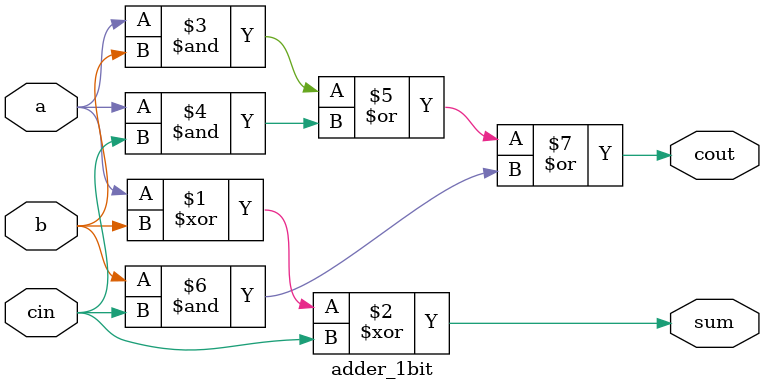
<source format=v>
module alu(a, b, ID_EX_ALUcontrol, result, N, Z, C ,V);

input signed [31:0] a, b;
input [4:0] ID_EX_ALUcontrol;
output reg [31:0] result;
output N, Z, C ,V;

wire [31:0] b2, sum;
wire slt, sltu;


assign b2=ID_EX_ALUcontrol[4] ? ~b:b; // ALUcontrol[4]는 뺼셈 연산을 하기 위해 두번째입력 b를 2의 보수로 만드는 용도로 사용, ALUcontrol[4]==1이면 adder는 뺄셈을 하게 된다.

adder_32bit iadder32 (.a(a), .b(b2), .cin(ID_EX_ALUcontrol[4]), .sum(sum), .N(N), .Z(Z), .C(C), .V(V));

assign slt =N^V; // XOR로 두개가 서로 다르면 1 출력
assign sltu=~C;

always @(*)
	case(ID_EX_ALUcontrol[3:0])
		4'b0000: result <= sum; //ADD
		4'b0001: result <= a&b; //AND
		4'b0010: result <= a|b; //OR
		4'b0011: result <= a^b; //XOR
		4'b0100: result <= a << b[4:0]; //SLL
		4'b0101: result <= a >> b[4:0]; //SRL
		4'b0110: result <= a >>> b[4:0]; //SRA
		4'b0111: result <= {31'b0, slt}; //SLT
		4'b1000: result <= {31'b0, sltu}; //SLTU
		default : result <= 32'b0;
	endcase
	
endmodule



//// 밑에는 교수꺼
module adder_32bit (input  [31:0] a, b, 
                    input         cin,
                    output [31:0] sum,
                    output        N,Z,C,V);

	wire [31:0]  ctmp;

	assign N = sum[31]; // 음수인지 감지
	assign Z = (sum == 32'b0); // 합이 0인지 감지
	assign C = ctmp[31]; // carry out 감지
	assign V = ctmp[31] ^ ctmp[30]; // 오버플로우 감지

	adder_1bit bit31 (.a(a[31]), .b(b[31]), .cin(ctmp[30]), .sum(sum[31]), .cout(ctmp[31]));
	adder_1bit bit30 (.a(a[30]), .b(b[30]), .cin(ctmp[29]), .sum(sum[30]), .cout(ctmp[30]));
	adder_1bit bit29 (.a(a[29]), .b(b[29]), .cin(ctmp[28]), .sum(sum[29]), .cout(ctmp[29]));
	adder_1bit bit28 (.a(a[28]), .b(b[28]), .cin(ctmp[27]), .sum(sum[28]), .cout(ctmp[28]));
	adder_1bit bit27 (.a(a[27]), .b(b[27]), .cin(ctmp[26]), .sum(sum[27]), .cout(ctmp[27]));
	adder_1bit bit26 (.a(a[26]), .b(b[26]), .cin(ctmp[25]), .sum(sum[26]), .cout(ctmp[26]));
	adder_1bit bit25 (.a(a[25]), .b(b[25]), .cin(ctmp[24]), .sum(sum[25]), .cout(ctmp[25]));
	adder_1bit bit24 (.a(a[24]), .b(b[24]), .cin(ctmp[23]), .sum(sum[24]), .cout(ctmp[24]));
	adder_1bit bit23 (.a(a[23]), .b(b[23]), .cin(ctmp[22]), .sum(sum[23]), .cout(ctmp[23]));
	adder_1bit bit22 (.a(a[22]), .b(b[22]), .cin(ctmp[21]), .sum(sum[22]), .cout(ctmp[22]));
	adder_1bit bit21 (.a(a[21]), .b(b[21]), .cin(ctmp[20]), .sum(sum[21]), .cout(ctmp[21]));
	adder_1bit bit20 (.a(a[20]), .b(b[20]), .cin(ctmp[19]), .sum(sum[20]), .cout(ctmp[20]));
	adder_1bit bit19 (.a(a[19]), .b(b[19]), .cin(ctmp[18]), .sum(sum[19]), .cout(ctmp[19]));
	adder_1bit bit18 (.a(a[18]), .b(b[18]), .cin(ctmp[17]), .sum(sum[18]), .cout(ctmp[18]));
	adder_1bit bit17 (.a(a[17]), .b(b[17]), .cin(ctmp[16]), .sum(sum[17]), .cout(ctmp[17]));
	adder_1bit bit16 (.a(a[16]), .b(b[16]), .cin(ctmp[15]), .sum(sum[16]), .cout(ctmp[16]));
	adder_1bit bit15 (.a(a[15]), .b(b[15]), .cin(ctmp[14]), .sum(sum[15]), .cout(ctmp[15]));
	adder_1bit bit14 (.a(a[14]), .b(b[14]), .cin(ctmp[13]), .sum(sum[14]), .cout(ctmp[14]));
	adder_1bit bit13 (.a(a[13]), .b(b[13]), .cin(ctmp[12]), .sum(sum[13]), .cout(ctmp[13]));
	adder_1bit bit12 (.a(a[12]), .b(b[12]), .cin(ctmp[11]), .sum(sum[12]), .cout(ctmp[12]));
	adder_1bit bit11 (.a(a[11]), .b(b[11]), .cin(ctmp[10]), .sum(sum[11]), .cout(ctmp[11]));
	adder_1bit bit10 (.a(a[10]), .b(b[10]), .cin(ctmp[9]),  .sum(sum[10]), .cout(ctmp[10]));
	adder_1bit bit9  (.a(a[9]),  .b(b[9]),  .cin(ctmp[8]),  .sum(sum[9]),  .cout(ctmp[9]));
	adder_1bit bit8  (.a(a[8]),  .b(b[8]),  .cin(ctmp[7]),  .sum(sum[8]),  .cout(ctmp[8]));
	adder_1bit bit7  (.a(a[7]),  .b(b[7]),  .cin(ctmp[6]),  .sum(sum[7]),  .cout(ctmp[7]));
	adder_1bit bit6  (.a(a[6]),  .b(b[6]),  .cin(ctmp[5]),  .sum(sum[6]),  .cout(ctmp[6]));
	adder_1bit bit5  (.a(a[5]),  .b(b[5]),  .cin(ctmp[4]),  .sum(sum[5]),  .cout(ctmp[5]));
	adder_1bit bit4  (.a(a[4]),  .b(b[4]),  .cin(ctmp[3]),  .sum(sum[4]),  .cout(ctmp[4]));
	adder_1bit bit3  (.a(a[3]),  .b(b[3]),  .cin(ctmp[2]),  .sum(sum[3]),  .cout(ctmp[3]));
	adder_1bit bit2  (.a(a[2]),  .b(b[2]),  .cin(ctmp[1]),  .sum(sum[2]),  .cout(ctmp[2]));
	adder_1bit bit1  (.a(a[1]),  .b(b[1]),  .cin(ctmp[0]),  .sum(sum[1]),  .cout(ctmp[1]));
	adder_1bit bit0  (.a(a[0]),  .b(b[0]),  .cin(cin),      .sum(sum[0]),  .cout(ctmp[0]));

endmodule


module adder_1bit (input a, b, cin,
                   output sum, cout);

  assign sum  = a ^ b ^ cin; // xor 연산하는 두 비트가 달라야 1 반환 ex) 1 1이면 carry 생겨서 0반환 , 1 0 이면 서로 달라서 덧셈 이므로 1 반환
  assign cout = (a & b) | (a & cin) | (b & cin);

endmodule
</source>
